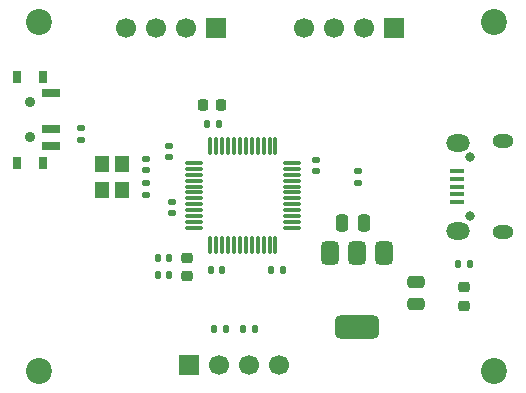
<source format=gbr>
%TF.GenerationSoftware,KiCad,Pcbnew,9.0.1*%
%TF.CreationDate,2025-05-17T01:13:42+02:00*%
%TF.ProjectId,kurs,6b757273-2e6b-4696-9361-645f70636258,rev?*%
%TF.SameCoordinates,Original*%
%TF.FileFunction,Soldermask,Top*%
%TF.FilePolarity,Negative*%
%FSLAX46Y46*%
G04 Gerber Fmt 4.6, Leading zero omitted, Abs format (unit mm)*
G04 Created by KiCad (PCBNEW 9.0.1) date 2025-05-17 01:13:42*
%MOMM*%
%LPD*%
G01*
G04 APERTURE LIST*
G04 Aperture macros list*
%AMRoundRect*
0 Rectangle with rounded corners*
0 $1 Rounding radius*
0 $2 $3 $4 $5 $6 $7 $8 $9 X,Y pos of 4 corners*
0 Add a 4 corners polygon primitive as box body*
4,1,4,$2,$3,$4,$5,$6,$7,$8,$9,$2,$3,0*
0 Add four circle primitives for the rounded corners*
1,1,$1+$1,$2,$3*
1,1,$1+$1,$4,$5*
1,1,$1+$1,$6,$7*
1,1,$1+$1,$8,$9*
0 Add four rect primitives between the rounded corners*
20,1,$1+$1,$2,$3,$4,$5,0*
20,1,$1+$1,$4,$5,$6,$7,0*
20,1,$1+$1,$6,$7,$8,$9,0*
20,1,$1+$1,$8,$9,$2,$3,0*%
G04 Aperture macros list end*
%ADD10R,0.800000X1.000000*%
%ADD11C,0.900000*%
%ADD12R,1.500000X0.700000*%
%ADD13R,1.200000X1.400000*%
%ADD14RoundRect,0.218750X0.256250X-0.218750X0.256250X0.218750X-0.256250X0.218750X-0.256250X-0.218750X0*%
%ADD15R,1.700000X1.700000*%
%ADD16C,1.700000*%
%ADD17RoundRect,0.140000X-0.170000X0.140000X-0.170000X-0.140000X0.170000X-0.140000X0.170000X0.140000X0*%
%ADD18RoundRect,0.225000X-0.225000X-0.250000X0.225000X-0.250000X0.225000X0.250000X-0.225000X0.250000X0*%
%ADD19RoundRect,0.075000X-0.662500X-0.075000X0.662500X-0.075000X0.662500X0.075000X-0.662500X0.075000X0*%
%ADD20RoundRect,0.075000X-0.075000X-0.662500X0.075000X-0.662500X0.075000X0.662500X-0.075000X0.662500X0*%
%ADD21RoundRect,0.218750X-0.256250X0.218750X-0.256250X-0.218750X0.256250X-0.218750X0.256250X0.218750X0*%
%ADD22RoundRect,0.140000X0.170000X-0.140000X0.170000X0.140000X-0.170000X0.140000X-0.170000X-0.140000X0*%
%ADD23RoundRect,0.135000X-0.135000X-0.185000X0.135000X-0.185000X0.135000X0.185000X-0.135000X0.185000X0*%
%ADD24C,2.200000*%
%ADD25RoundRect,0.140000X0.140000X0.170000X-0.140000X0.170000X-0.140000X-0.170000X0.140000X-0.170000X0*%
%ADD26RoundRect,0.250000X-0.250000X-0.475000X0.250000X-0.475000X0.250000X0.475000X-0.250000X0.475000X0*%
%ADD27RoundRect,0.140000X-0.140000X-0.170000X0.140000X-0.170000X0.140000X0.170000X-0.140000X0.170000X0*%
%ADD28RoundRect,0.135000X0.135000X0.185000X-0.135000X0.185000X-0.135000X-0.185000X0.135000X-0.185000X0*%
%ADD29RoundRect,0.135000X0.185000X-0.135000X0.185000X0.135000X-0.185000X0.135000X-0.185000X-0.135000X0*%
%ADD30O,0.800000X0.800000*%
%ADD31R,1.300000X0.450000*%
%ADD32O,1.800000X1.150000*%
%ADD33O,2.000000X1.450000*%
%ADD34RoundRect,0.250000X0.475000X-0.250000X0.475000X0.250000X-0.475000X0.250000X-0.475000X-0.250000X0*%
%ADD35RoundRect,0.135000X-0.185000X0.135000X-0.185000X-0.135000X0.185000X-0.135000X0.185000X0.135000X0*%
%ADD36RoundRect,0.375000X-0.375000X0.625000X-0.375000X-0.625000X0.375000X-0.625000X0.375000X0.625000X0*%
%ADD37RoundRect,0.500000X-1.400000X0.500000X-1.400000X-0.500000X1.400000X-0.500000X1.400000X0.500000X0*%
G04 APERTURE END LIST*
D10*
%TO.C,SW1*%
X51350000Y-58600000D03*
X49140000Y-58600000D03*
D11*
X50240000Y-60750000D03*
X50240000Y-63750000D03*
D10*
X51350000Y-65900000D03*
X49140000Y-65900000D03*
D12*
X52000000Y-60000000D03*
X52000000Y-63000000D03*
X52000000Y-64500000D03*
%TD*%
D13*
%TO.C,Y1*%
X56300000Y-66000000D03*
X56300000Y-68200000D03*
X58000000Y-68200000D03*
X58000000Y-66000000D03*
%TD*%
D14*
%TO.C,FB1*%
X63500000Y-75500000D03*
X63500000Y-73925000D03*
%TD*%
D15*
%TO.C,J4*%
X63680000Y-83000000D03*
D16*
X66220000Y-83000000D03*
X68760000Y-83000000D03*
X71300000Y-83000000D03*
%TD*%
D17*
%TO.C,C3*%
X74400000Y-65640000D03*
X74400000Y-66600000D03*
%TD*%
D18*
%TO.C,C5*%
X64850000Y-61000000D03*
X66400000Y-61000000D03*
%TD*%
D19*
%TO.C,U1*%
X64087500Y-65912500D03*
X64087500Y-66412500D03*
X64087500Y-66912500D03*
X64087500Y-67412500D03*
X64087500Y-67912500D03*
X64087500Y-68412500D03*
X64087500Y-68912500D03*
X64087500Y-69412500D03*
X64087500Y-69912500D03*
X64087500Y-70412500D03*
X64087500Y-70912500D03*
X64087500Y-71412500D03*
D20*
X65500000Y-72825000D03*
X66000000Y-72825000D03*
X66500000Y-72825000D03*
X67000000Y-72825000D03*
X67500000Y-72825000D03*
X68000000Y-72825000D03*
X68500000Y-72825000D03*
X69000000Y-72825000D03*
X69500000Y-72825000D03*
X70000000Y-72825000D03*
X70500000Y-72825000D03*
X71000000Y-72825000D03*
D19*
X72412500Y-71412500D03*
X72412500Y-70912500D03*
X72412500Y-70412500D03*
X72412500Y-69912500D03*
X72412500Y-69412500D03*
X72412500Y-68912500D03*
X72412500Y-68412500D03*
X72412500Y-67912500D03*
X72412500Y-67412500D03*
X72412500Y-66912500D03*
X72412500Y-66412500D03*
X72412500Y-65912500D03*
D20*
X71000000Y-64500000D03*
X70500000Y-64500000D03*
X70000000Y-64500000D03*
X69500000Y-64500000D03*
X69000000Y-64500000D03*
X68500000Y-64500000D03*
X68000000Y-64500000D03*
X67500000Y-64500000D03*
X67000000Y-64500000D03*
X66500000Y-64500000D03*
X66000000Y-64500000D03*
X65500000Y-64500000D03*
%TD*%
D21*
%TO.C,D1*%
X87000000Y-76425000D03*
X87000000Y-78000000D03*
%TD*%
D22*
%TO.C,C10*%
X60000000Y-66520000D03*
X60000000Y-65560000D03*
%TD*%
D23*
%TO.C,R3*%
X86480000Y-74500000D03*
X87500000Y-74500000D03*
%TD*%
D24*
%TO.C,H1*%
X51000000Y-83500000D03*
%TD*%
D22*
%TO.C,C1*%
X62000000Y-65400000D03*
X62000000Y-64440000D03*
%TD*%
D25*
%TO.C,C2*%
X71600000Y-75000000D03*
X70640000Y-75000000D03*
%TD*%
D26*
%TO.C,C12*%
X76600000Y-71000000D03*
X78500000Y-71000000D03*
%TD*%
D25*
%TO.C,C8*%
X62000000Y-75400000D03*
X61040000Y-75400000D03*
%TD*%
D24*
%TO.C,H3*%
X89500000Y-54000000D03*
%TD*%
D22*
%TO.C,C6*%
X62200000Y-70160000D03*
X62200000Y-69200000D03*
%TD*%
D27*
%TO.C,C9*%
X65540000Y-75000000D03*
X66500000Y-75000000D03*
%TD*%
D25*
%TO.C,C7*%
X62000000Y-74000000D03*
X61040000Y-74000000D03*
%TD*%
D28*
%TO.C,R4*%
X66800000Y-80000000D03*
X65780000Y-80000000D03*
%TD*%
D29*
%TO.C,R1*%
X54500000Y-64000000D03*
X54500000Y-62980000D03*
%TD*%
D30*
%TO.C,J1*%
X87500000Y-70425000D03*
X87500000Y-65425000D03*
D31*
X86400000Y-69225000D03*
X86400000Y-68575000D03*
X86400000Y-67925000D03*
X86400000Y-67275000D03*
X86400000Y-66625000D03*
D32*
X90250000Y-71800000D03*
D33*
X86450000Y-71650000D03*
X86450000Y-64200000D03*
D32*
X90250000Y-64050000D03*
%TD*%
D23*
%TO.C,R5*%
X68280000Y-80000000D03*
X69300000Y-80000000D03*
%TD*%
D27*
%TO.C,C4*%
X65240000Y-62600000D03*
X66200000Y-62600000D03*
%TD*%
D34*
%TO.C,C13*%
X82900000Y-77900000D03*
X82900000Y-76000000D03*
%TD*%
D35*
%TO.C,R2*%
X78000000Y-66600000D03*
X78000000Y-67620000D03*
%TD*%
D22*
%TO.C,C11*%
X60000000Y-68600000D03*
X60000000Y-67640000D03*
%TD*%
D24*
%TO.C,H4*%
X51000000Y-54000000D03*
%TD*%
D15*
%TO.C,J2*%
X81080000Y-54500000D03*
D16*
X78540000Y-54500000D03*
X76000000Y-54500000D03*
X73460000Y-54500000D03*
%TD*%
D24*
%TO.C,H2*%
X89500000Y-83500000D03*
%TD*%
D36*
%TO.C,U2*%
X80200000Y-73500000D03*
X77900000Y-73500000D03*
D37*
X77900000Y-79800000D03*
D36*
X75600000Y-73500000D03*
%TD*%
D15*
%TO.C,J3*%
X66000000Y-54500000D03*
D16*
X63460000Y-54500000D03*
X60920000Y-54500000D03*
X58380000Y-54500000D03*
%TD*%
M02*

</source>
